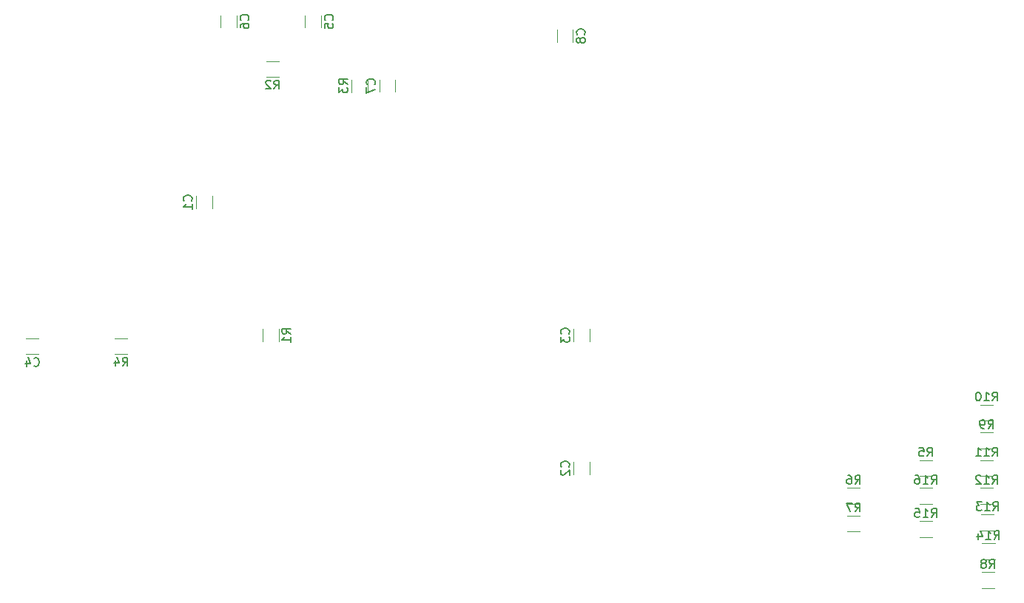
<source format=gbo>
%TF.GenerationSoftware,KiCad,Pcbnew,6.0.2+dfsg-1*%
%TF.CreationDate,2022-08-28T20:59:57-07:00*%
%TF.ProjectId,ISA-Card,4953412d-4361-4726-942e-6b696361645f,1.0*%
%TF.SameCoordinates,Original*%
%TF.FileFunction,Legend,Bot*%
%TF.FilePolarity,Positive*%
%FSLAX46Y46*%
G04 Gerber Fmt 4.6, Leading zero omitted, Abs format (unit mm)*
G04 Created by KiCad (PCBNEW 6.0.2+dfsg-1) date 2022-08-28 20:59:57*
%MOMM*%
%LPD*%
G01*
G04 APERTURE LIST*
%ADD10C,0.150000*%
%ADD11C,0.120000*%
G04 APERTURE END LIST*
D10*
%TO.C,R16*%
X180982857Y-118012380D02*
X181316190Y-117536190D01*
X181554285Y-118012380D02*
X181554285Y-117012380D01*
X181173333Y-117012380D01*
X181078095Y-117060000D01*
X181030476Y-117107619D01*
X180982857Y-117202857D01*
X180982857Y-117345714D01*
X181030476Y-117440952D01*
X181078095Y-117488571D01*
X181173333Y-117536190D01*
X181554285Y-117536190D01*
X180030476Y-118012380D02*
X180601904Y-118012380D01*
X180316190Y-118012380D02*
X180316190Y-117012380D01*
X180411428Y-117155238D01*
X180506666Y-117250476D01*
X180601904Y-117298095D01*
X179173333Y-117012380D02*
X179363809Y-117012380D01*
X179459047Y-117060000D01*
X179506666Y-117107619D01*
X179601904Y-117250476D01*
X179649523Y-117440952D01*
X179649523Y-117821904D01*
X179601904Y-117917142D01*
X179554285Y-117964761D01*
X179459047Y-118012380D01*
X179268571Y-118012380D01*
X179173333Y-117964761D01*
X179125714Y-117917142D01*
X179078095Y-117821904D01*
X179078095Y-117583809D01*
X179125714Y-117488571D01*
X179173333Y-117440952D01*
X179268571Y-117393333D01*
X179459047Y-117393333D01*
X179554285Y-117440952D01*
X179601904Y-117488571D01*
X179649523Y-117583809D01*
%TO.C,R1*%
X107682380Y-100798333D02*
X107206190Y-100465000D01*
X107682380Y-100226904D02*
X106682380Y-100226904D01*
X106682380Y-100607857D01*
X106730000Y-100703095D01*
X106777619Y-100750714D01*
X106872857Y-100798333D01*
X107015714Y-100798333D01*
X107110952Y-100750714D01*
X107158571Y-100703095D01*
X107206190Y-100607857D01*
X107206190Y-100226904D01*
X107682380Y-101750714D02*
X107682380Y-101179285D01*
X107682380Y-101465000D02*
X106682380Y-101465000D01*
X106825238Y-101369761D01*
X106920476Y-101274523D01*
X106968095Y-101179285D01*
%TO.C,C6*%
X102791142Y-64857333D02*
X102838761Y-64809714D01*
X102886380Y-64666857D01*
X102886380Y-64571619D01*
X102838761Y-64428761D01*
X102743523Y-64333523D01*
X102648285Y-64285904D01*
X102457809Y-64238285D01*
X102314952Y-64238285D01*
X102124476Y-64285904D01*
X102029238Y-64333523D01*
X101934000Y-64428761D01*
X101886380Y-64571619D01*
X101886380Y-64666857D01*
X101934000Y-64809714D01*
X101981619Y-64857333D01*
X101886380Y-65714476D02*
X101886380Y-65524000D01*
X101934000Y-65428761D01*
X101981619Y-65381142D01*
X102124476Y-65285904D01*
X102314952Y-65238285D01*
X102695904Y-65238285D01*
X102791142Y-65285904D01*
X102838761Y-65333523D01*
X102886380Y-65428761D01*
X102886380Y-65619238D01*
X102838761Y-65714476D01*
X102791142Y-65762095D01*
X102695904Y-65809714D01*
X102457809Y-65809714D01*
X102362571Y-65762095D01*
X102314952Y-65714476D01*
X102267333Y-65619238D01*
X102267333Y-65428761D01*
X102314952Y-65333523D01*
X102362571Y-65285904D01*
X102457809Y-65238285D01*
%TO.C,C4*%
X78271666Y-104442142D02*
X78319285Y-104489761D01*
X78462142Y-104537380D01*
X78557380Y-104537380D01*
X78700238Y-104489761D01*
X78795476Y-104394523D01*
X78843095Y-104299285D01*
X78890714Y-104108809D01*
X78890714Y-103965952D01*
X78843095Y-103775476D01*
X78795476Y-103680238D01*
X78700238Y-103585000D01*
X78557380Y-103537380D01*
X78462142Y-103537380D01*
X78319285Y-103585000D01*
X78271666Y-103632619D01*
X77414523Y-103870714D02*
X77414523Y-104537380D01*
X77652619Y-103489761D02*
X77890714Y-104204047D01*
X77271666Y-104204047D01*
%TO.C,R14*%
X188156357Y-124362380D02*
X188489690Y-123886190D01*
X188727785Y-124362380D02*
X188727785Y-123362380D01*
X188346833Y-123362380D01*
X188251595Y-123410000D01*
X188203976Y-123457619D01*
X188156357Y-123552857D01*
X188156357Y-123695714D01*
X188203976Y-123790952D01*
X188251595Y-123838571D01*
X188346833Y-123886190D01*
X188727785Y-123886190D01*
X187203976Y-124362380D02*
X187775404Y-124362380D01*
X187489690Y-124362380D02*
X187489690Y-123362380D01*
X187584928Y-123505238D01*
X187680166Y-123600476D01*
X187775404Y-123648095D01*
X186346833Y-123695714D02*
X186346833Y-124362380D01*
X186584928Y-123314761D02*
X186823023Y-124029047D01*
X186203976Y-124029047D01*
%TO.C,R5*%
X180506666Y-114837380D02*
X180840000Y-114361190D01*
X181078095Y-114837380D02*
X181078095Y-113837380D01*
X180697142Y-113837380D01*
X180601904Y-113885000D01*
X180554285Y-113932619D01*
X180506666Y-114027857D01*
X180506666Y-114170714D01*
X180554285Y-114265952D01*
X180601904Y-114313571D01*
X180697142Y-114361190D01*
X181078095Y-114361190D01*
X179601904Y-113837380D02*
X180078095Y-113837380D01*
X180125714Y-114313571D01*
X180078095Y-114265952D01*
X179982857Y-114218333D01*
X179744761Y-114218333D01*
X179649523Y-114265952D01*
X179601904Y-114313571D01*
X179554285Y-114408809D01*
X179554285Y-114646904D01*
X179601904Y-114742142D01*
X179649523Y-114789761D01*
X179744761Y-114837380D01*
X179982857Y-114837380D01*
X180078095Y-114789761D01*
X180125714Y-114742142D01*
%TO.C,C3*%
X139477142Y-100798333D02*
X139524761Y-100750714D01*
X139572380Y-100607857D01*
X139572380Y-100512619D01*
X139524761Y-100369761D01*
X139429523Y-100274523D01*
X139334285Y-100226904D01*
X139143809Y-100179285D01*
X139000952Y-100179285D01*
X138810476Y-100226904D01*
X138715238Y-100274523D01*
X138620000Y-100369761D01*
X138572380Y-100512619D01*
X138572380Y-100607857D01*
X138620000Y-100750714D01*
X138667619Y-100798333D01*
X138572380Y-101131666D02*
X138572380Y-101750714D01*
X138953333Y-101417380D01*
X138953333Y-101560238D01*
X139000952Y-101655476D01*
X139048571Y-101703095D01*
X139143809Y-101750714D01*
X139381904Y-101750714D01*
X139477142Y-101703095D01*
X139524761Y-101655476D01*
X139572380Y-101560238D01*
X139572380Y-101274523D01*
X139524761Y-101179285D01*
X139477142Y-101131666D01*
%TO.C,C1*%
X96297142Y-85558333D02*
X96344761Y-85510714D01*
X96392380Y-85367857D01*
X96392380Y-85272619D01*
X96344761Y-85129761D01*
X96249523Y-85034523D01*
X96154285Y-84986904D01*
X95963809Y-84939285D01*
X95820952Y-84939285D01*
X95630476Y-84986904D01*
X95535238Y-85034523D01*
X95440000Y-85129761D01*
X95392380Y-85272619D01*
X95392380Y-85367857D01*
X95440000Y-85510714D01*
X95487619Y-85558333D01*
X96392380Y-86510714D02*
X96392380Y-85939285D01*
X96392380Y-86225000D02*
X95392380Y-86225000D01*
X95535238Y-86129761D01*
X95630476Y-86034523D01*
X95678095Y-85939285D01*
%TO.C,R12*%
X187967857Y-118012380D02*
X188301190Y-117536190D01*
X188539285Y-118012380D02*
X188539285Y-117012380D01*
X188158333Y-117012380D01*
X188063095Y-117060000D01*
X188015476Y-117107619D01*
X187967857Y-117202857D01*
X187967857Y-117345714D01*
X188015476Y-117440952D01*
X188063095Y-117488571D01*
X188158333Y-117536190D01*
X188539285Y-117536190D01*
X187015476Y-118012380D02*
X187586904Y-118012380D01*
X187301190Y-118012380D02*
X187301190Y-117012380D01*
X187396428Y-117155238D01*
X187491666Y-117250476D01*
X187586904Y-117298095D01*
X186634523Y-117107619D02*
X186586904Y-117060000D01*
X186491666Y-117012380D01*
X186253571Y-117012380D01*
X186158333Y-117060000D01*
X186110714Y-117107619D01*
X186063095Y-117202857D01*
X186063095Y-117298095D01*
X186110714Y-117440952D01*
X186682142Y-118012380D01*
X186063095Y-118012380D01*
%TO.C,R9*%
X187491666Y-111662380D02*
X187825000Y-111186190D01*
X188063095Y-111662380D02*
X188063095Y-110662380D01*
X187682142Y-110662380D01*
X187586904Y-110710000D01*
X187539285Y-110757619D01*
X187491666Y-110852857D01*
X187491666Y-110995714D01*
X187539285Y-111090952D01*
X187586904Y-111138571D01*
X187682142Y-111186190D01*
X188063095Y-111186190D01*
X187015476Y-111662380D02*
X186825000Y-111662380D01*
X186729761Y-111614761D01*
X186682142Y-111567142D01*
X186586904Y-111424285D01*
X186539285Y-111233809D01*
X186539285Y-110852857D01*
X186586904Y-110757619D01*
X186634523Y-110710000D01*
X186729761Y-110662380D01*
X186920238Y-110662380D01*
X187015476Y-110710000D01*
X187063095Y-110757619D01*
X187110714Y-110852857D01*
X187110714Y-111090952D01*
X187063095Y-111186190D01*
X187015476Y-111233809D01*
X186920238Y-111281428D01*
X186729761Y-111281428D01*
X186634523Y-111233809D01*
X186586904Y-111186190D01*
X186539285Y-111090952D01*
%TO.C,R15*%
X180982857Y-121822380D02*
X181316190Y-121346190D01*
X181554285Y-121822380D02*
X181554285Y-120822380D01*
X181173333Y-120822380D01*
X181078095Y-120870000D01*
X181030476Y-120917619D01*
X180982857Y-121012857D01*
X180982857Y-121155714D01*
X181030476Y-121250952D01*
X181078095Y-121298571D01*
X181173333Y-121346190D01*
X181554285Y-121346190D01*
X180030476Y-121822380D02*
X180601904Y-121822380D01*
X180316190Y-121822380D02*
X180316190Y-120822380D01*
X180411428Y-120965238D01*
X180506666Y-121060476D01*
X180601904Y-121108095D01*
X179125714Y-120822380D02*
X179601904Y-120822380D01*
X179649523Y-121298571D01*
X179601904Y-121250952D01*
X179506666Y-121203333D01*
X179268571Y-121203333D01*
X179173333Y-121250952D01*
X179125714Y-121298571D01*
X179078095Y-121393809D01*
X179078095Y-121631904D01*
X179125714Y-121727142D01*
X179173333Y-121774761D01*
X179268571Y-121822380D01*
X179506666Y-121822380D01*
X179601904Y-121774761D01*
X179649523Y-121727142D01*
%TO.C,R4*%
X88431666Y-104507380D02*
X88765000Y-104031190D01*
X89003095Y-104507380D02*
X89003095Y-103507380D01*
X88622142Y-103507380D01*
X88526904Y-103555000D01*
X88479285Y-103602619D01*
X88431666Y-103697857D01*
X88431666Y-103840714D01*
X88479285Y-103935952D01*
X88526904Y-103983571D01*
X88622142Y-104031190D01*
X89003095Y-104031190D01*
X87574523Y-103840714D02*
X87574523Y-104507380D01*
X87812619Y-103459761D02*
X88050714Y-104174047D01*
X87431666Y-104174047D01*
%TO.C,R11*%
X187967857Y-114837380D02*
X188301190Y-114361190D01*
X188539285Y-114837380D02*
X188539285Y-113837380D01*
X188158333Y-113837380D01*
X188063095Y-113885000D01*
X188015476Y-113932619D01*
X187967857Y-114027857D01*
X187967857Y-114170714D01*
X188015476Y-114265952D01*
X188063095Y-114313571D01*
X188158333Y-114361190D01*
X188539285Y-114361190D01*
X187015476Y-114837380D02*
X187586904Y-114837380D01*
X187301190Y-114837380D02*
X187301190Y-113837380D01*
X187396428Y-113980238D01*
X187491666Y-114075476D01*
X187586904Y-114123095D01*
X186063095Y-114837380D02*
X186634523Y-114837380D01*
X186348809Y-114837380D02*
X186348809Y-113837380D01*
X186444047Y-113980238D01*
X186539285Y-114075476D01*
X186634523Y-114123095D01*
%TO.C,C2*%
X139477142Y-116038333D02*
X139524761Y-115990714D01*
X139572380Y-115847857D01*
X139572380Y-115752619D01*
X139524761Y-115609761D01*
X139429523Y-115514523D01*
X139334285Y-115466904D01*
X139143809Y-115419285D01*
X139000952Y-115419285D01*
X138810476Y-115466904D01*
X138715238Y-115514523D01*
X138620000Y-115609761D01*
X138572380Y-115752619D01*
X138572380Y-115847857D01*
X138620000Y-115990714D01*
X138667619Y-116038333D01*
X138667619Y-116419285D02*
X138620000Y-116466904D01*
X138572380Y-116562142D01*
X138572380Y-116800238D01*
X138620000Y-116895476D01*
X138667619Y-116943095D01*
X138762857Y-116990714D01*
X138858095Y-116990714D01*
X139000952Y-116943095D01*
X139572380Y-116371666D01*
X139572380Y-116990714D01*
%TO.C,C8*%
X141272142Y-66508333D02*
X141319761Y-66460714D01*
X141367380Y-66317857D01*
X141367380Y-66222619D01*
X141319761Y-66079761D01*
X141224523Y-65984523D01*
X141129285Y-65936904D01*
X140938809Y-65889285D01*
X140795952Y-65889285D01*
X140605476Y-65936904D01*
X140510238Y-65984523D01*
X140415000Y-66079761D01*
X140367380Y-66222619D01*
X140367380Y-66317857D01*
X140415000Y-66460714D01*
X140462619Y-66508333D01*
X140795952Y-67079761D02*
X140748333Y-66984523D01*
X140700714Y-66936904D01*
X140605476Y-66889285D01*
X140557857Y-66889285D01*
X140462619Y-66936904D01*
X140415000Y-66984523D01*
X140367380Y-67079761D01*
X140367380Y-67270238D01*
X140415000Y-67365476D01*
X140462619Y-67413095D01*
X140557857Y-67460714D01*
X140605476Y-67460714D01*
X140700714Y-67413095D01*
X140748333Y-67365476D01*
X140795952Y-67270238D01*
X140795952Y-67079761D01*
X140843571Y-66984523D01*
X140891190Y-66936904D01*
X140986428Y-66889285D01*
X141176904Y-66889285D01*
X141272142Y-66936904D01*
X141319761Y-66984523D01*
X141367380Y-67079761D01*
X141367380Y-67270238D01*
X141319761Y-67365476D01*
X141272142Y-67413095D01*
X141176904Y-67460714D01*
X140986428Y-67460714D01*
X140891190Y-67413095D01*
X140843571Y-67365476D01*
X140795952Y-67270238D01*
%TO.C,C7*%
X117252142Y-72223333D02*
X117299761Y-72175714D01*
X117347380Y-72032857D01*
X117347380Y-71937619D01*
X117299761Y-71794761D01*
X117204523Y-71699523D01*
X117109285Y-71651904D01*
X116918809Y-71604285D01*
X116775952Y-71604285D01*
X116585476Y-71651904D01*
X116490238Y-71699523D01*
X116395000Y-71794761D01*
X116347380Y-71937619D01*
X116347380Y-72032857D01*
X116395000Y-72175714D01*
X116442619Y-72223333D01*
X116347380Y-72556666D02*
X116347380Y-73223333D01*
X117347380Y-72794761D01*
%TO.C,R10*%
X187967857Y-108487380D02*
X188301190Y-108011190D01*
X188539285Y-108487380D02*
X188539285Y-107487380D01*
X188158333Y-107487380D01*
X188063095Y-107535000D01*
X188015476Y-107582619D01*
X187967857Y-107677857D01*
X187967857Y-107820714D01*
X188015476Y-107915952D01*
X188063095Y-107963571D01*
X188158333Y-108011190D01*
X188539285Y-108011190D01*
X187015476Y-108487380D02*
X187586904Y-108487380D01*
X187301190Y-108487380D02*
X187301190Y-107487380D01*
X187396428Y-107630238D01*
X187491666Y-107725476D01*
X187586904Y-107773095D01*
X186396428Y-107487380D02*
X186301190Y-107487380D01*
X186205952Y-107535000D01*
X186158333Y-107582619D01*
X186110714Y-107677857D01*
X186063095Y-107868333D01*
X186063095Y-108106428D01*
X186110714Y-108296904D01*
X186158333Y-108392142D01*
X186205952Y-108439761D01*
X186301190Y-108487380D01*
X186396428Y-108487380D01*
X186491666Y-108439761D01*
X186539285Y-108392142D01*
X186586904Y-108296904D01*
X186634523Y-108106428D01*
X186634523Y-107868333D01*
X186586904Y-107677857D01*
X186539285Y-107582619D01*
X186491666Y-107535000D01*
X186396428Y-107487380D01*
%TO.C,R2*%
X105769166Y-72757380D02*
X106102500Y-72281190D01*
X106340595Y-72757380D02*
X106340595Y-71757380D01*
X105959642Y-71757380D01*
X105864404Y-71805000D01*
X105816785Y-71852619D01*
X105769166Y-71947857D01*
X105769166Y-72090714D01*
X105816785Y-72185952D01*
X105864404Y-72233571D01*
X105959642Y-72281190D01*
X106340595Y-72281190D01*
X105388214Y-71852619D02*
X105340595Y-71805000D01*
X105245357Y-71757380D01*
X105007261Y-71757380D01*
X104912023Y-71805000D01*
X104864404Y-71852619D01*
X104816785Y-71947857D01*
X104816785Y-72043095D01*
X104864404Y-72185952D01*
X105435833Y-72757380D01*
X104816785Y-72757380D01*
%TO.C,R3*%
X114202380Y-72223333D02*
X113726190Y-71890000D01*
X114202380Y-71651904D02*
X113202380Y-71651904D01*
X113202380Y-72032857D01*
X113250000Y-72128095D01*
X113297619Y-72175714D01*
X113392857Y-72223333D01*
X113535714Y-72223333D01*
X113630952Y-72175714D01*
X113678571Y-72128095D01*
X113726190Y-72032857D01*
X113726190Y-71651904D01*
X113202380Y-72556666D02*
X113202380Y-73175714D01*
X113583333Y-72842380D01*
X113583333Y-72985238D01*
X113630952Y-73080476D01*
X113678571Y-73128095D01*
X113773809Y-73175714D01*
X114011904Y-73175714D01*
X114107142Y-73128095D01*
X114154761Y-73080476D01*
X114202380Y-72985238D01*
X114202380Y-72699523D01*
X114154761Y-72604285D01*
X114107142Y-72556666D01*
%TO.C,C5*%
X112443142Y-64857333D02*
X112490761Y-64809714D01*
X112538380Y-64666857D01*
X112538380Y-64571619D01*
X112490761Y-64428761D01*
X112395523Y-64333523D01*
X112300285Y-64285904D01*
X112109809Y-64238285D01*
X111966952Y-64238285D01*
X111776476Y-64285904D01*
X111681238Y-64333523D01*
X111586000Y-64428761D01*
X111538380Y-64571619D01*
X111538380Y-64666857D01*
X111586000Y-64809714D01*
X111633619Y-64857333D01*
X111538380Y-65762095D02*
X111538380Y-65285904D01*
X112014571Y-65238285D01*
X111966952Y-65285904D01*
X111919333Y-65381142D01*
X111919333Y-65619238D01*
X111966952Y-65714476D01*
X112014571Y-65762095D01*
X112109809Y-65809714D01*
X112347904Y-65809714D01*
X112443142Y-65762095D01*
X112490761Y-65714476D01*
X112538380Y-65619238D01*
X112538380Y-65381142D01*
X112490761Y-65285904D01*
X112443142Y-65238285D01*
%TO.C,R7*%
X172251666Y-121187380D02*
X172585000Y-120711190D01*
X172823095Y-121187380D02*
X172823095Y-120187380D01*
X172442142Y-120187380D01*
X172346904Y-120235000D01*
X172299285Y-120282619D01*
X172251666Y-120377857D01*
X172251666Y-120520714D01*
X172299285Y-120615952D01*
X172346904Y-120663571D01*
X172442142Y-120711190D01*
X172823095Y-120711190D01*
X171918333Y-120187380D02*
X171251666Y-120187380D01*
X171680238Y-121187380D01*
%TO.C,R13*%
X188033357Y-121060380D02*
X188366690Y-120584190D01*
X188604785Y-121060380D02*
X188604785Y-120060380D01*
X188223833Y-120060380D01*
X188128595Y-120108000D01*
X188080976Y-120155619D01*
X188033357Y-120250857D01*
X188033357Y-120393714D01*
X188080976Y-120488952D01*
X188128595Y-120536571D01*
X188223833Y-120584190D01*
X188604785Y-120584190D01*
X187080976Y-121060380D02*
X187652404Y-121060380D01*
X187366690Y-121060380D02*
X187366690Y-120060380D01*
X187461928Y-120203238D01*
X187557166Y-120298476D01*
X187652404Y-120346095D01*
X186747642Y-120060380D02*
X186128595Y-120060380D01*
X186461928Y-120441333D01*
X186319071Y-120441333D01*
X186223833Y-120488952D01*
X186176214Y-120536571D01*
X186128595Y-120631809D01*
X186128595Y-120869904D01*
X186176214Y-120965142D01*
X186223833Y-121012761D01*
X186319071Y-121060380D01*
X186604785Y-121060380D01*
X186700023Y-121012761D01*
X186747642Y-120965142D01*
%TO.C,R6*%
X172251666Y-118012380D02*
X172585000Y-117536190D01*
X172823095Y-118012380D02*
X172823095Y-117012380D01*
X172442142Y-117012380D01*
X172346904Y-117060000D01*
X172299285Y-117107619D01*
X172251666Y-117202857D01*
X172251666Y-117345714D01*
X172299285Y-117440952D01*
X172346904Y-117488571D01*
X172442142Y-117536190D01*
X172823095Y-117536190D01*
X171394523Y-117012380D02*
X171585000Y-117012380D01*
X171680238Y-117060000D01*
X171727857Y-117107619D01*
X171823095Y-117250476D01*
X171870714Y-117440952D01*
X171870714Y-117821904D01*
X171823095Y-117917142D01*
X171775476Y-117964761D01*
X171680238Y-118012380D01*
X171489761Y-118012380D01*
X171394523Y-117964761D01*
X171346904Y-117917142D01*
X171299285Y-117821904D01*
X171299285Y-117583809D01*
X171346904Y-117488571D01*
X171394523Y-117440952D01*
X171489761Y-117393333D01*
X171680238Y-117393333D01*
X171775476Y-117440952D01*
X171823095Y-117488571D01*
X171870714Y-117583809D01*
%TO.C,R8*%
X187618666Y-127664380D02*
X187952000Y-127188190D01*
X188190095Y-127664380D02*
X188190095Y-126664380D01*
X187809142Y-126664380D01*
X187713904Y-126712000D01*
X187666285Y-126759619D01*
X187618666Y-126854857D01*
X187618666Y-126997714D01*
X187666285Y-127092952D01*
X187713904Y-127140571D01*
X187809142Y-127188190D01*
X188190095Y-127188190D01*
X187047238Y-127092952D02*
X187142476Y-127045333D01*
X187190095Y-126997714D01*
X187237714Y-126902476D01*
X187237714Y-126854857D01*
X187190095Y-126759619D01*
X187142476Y-126712000D01*
X187047238Y-126664380D01*
X186856761Y-126664380D01*
X186761523Y-126712000D01*
X186713904Y-126759619D01*
X186666285Y-126854857D01*
X186666285Y-126902476D01*
X186713904Y-126997714D01*
X186761523Y-127045333D01*
X186856761Y-127092952D01*
X187047238Y-127092952D01*
X187142476Y-127140571D01*
X187190095Y-127188190D01*
X187237714Y-127283428D01*
X187237714Y-127473904D01*
X187190095Y-127569142D01*
X187142476Y-127616761D01*
X187047238Y-127664380D01*
X186856761Y-127664380D01*
X186761523Y-127616761D01*
X186713904Y-127569142D01*
X186666285Y-127473904D01*
X186666285Y-127283428D01*
X186713904Y-127188190D01*
X186761523Y-127140571D01*
X186856761Y-127092952D01*
D11*
%TO.C,R16*%
X181067064Y-118470000D02*
X179612936Y-118470000D01*
X181067064Y-120290000D02*
X179612936Y-120290000D01*
%TO.C,R1*%
X106320000Y-101692064D02*
X106320000Y-100237936D01*
X104500000Y-101692064D02*
X104500000Y-100237936D01*
%TO.C,C6*%
X101494000Y-65735252D02*
X101494000Y-64312748D01*
X99674000Y-65735252D02*
X99674000Y-64312748D01*
%TO.C,C4*%
X77393748Y-103145000D02*
X78816252Y-103145000D01*
X77393748Y-101325000D02*
X78816252Y-101325000D01*
%TO.C,R14*%
X188240564Y-124820000D02*
X186786436Y-124820000D01*
X188240564Y-126640000D02*
X186786436Y-126640000D01*
%TO.C,R5*%
X181067064Y-117115000D02*
X179612936Y-117115000D01*
X181067064Y-115295000D02*
X179612936Y-115295000D01*
%TO.C,C3*%
X141880000Y-100253748D02*
X141880000Y-101676252D01*
X140060000Y-100253748D02*
X140060000Y-101676252D01*
%TO.C,C1*%
X96880000Y-85013748D02*
X96880000Y-86436252D01*
X98700000Y-85013748D02*
X98700000Y-86436252D01*
%TO.C,R12*%
X188052064Y-118470000D02*
X186597936Y-118470000D01*
X188052064Y-120290000D02*
X186597936Y-120290000D01*
%TO.C,R9*%
X188052064Y-112120000D02*
X186597936Y-112120000D01*
X188052064Y-113940000D02*
X186597936Y-113940000D01*
%TO.C,R15*%
X181067064Y-124100000D02*
X179612936Y-124100000D01*
X181067064Y-122280000D02*
X179612936Y-122280000D01*
%TO.C,R4*%
X87537936Y-103145000D02*
X88992064Y-103145000D01*
X87537936Y-101325000D02*
X88992064Y-101325000D01*
%TO.C,R11*%
X188052064Y-117115000D02*
X186597936Y-117115000D01*
X188052064Y-115295000D02*
X186597936Y-115295000D01*
%TO.C,C2*%
X140060000Y-115493748D02*
X140060000Y-116916252D01*
X141880000Y-115493748D02*
X141880000Y-116916252D01*
%TO.C,C8*%
X138155000Y-67386252D02*
X138155000Y-65963748D01*
X139975000Y-67386252D02*
X139975000Y-65963748D01*
%TO.C,C7*%
X117835000Y-71678748D02*
X117835000Y-73101252D01*
X119655000Y-71678748D02*
X119655000Y-73101252D01*
%TO.C,R10*%
X188052064Y-108945000D02*
X186597936Y-108945000D01*
X188052064Y-110765000D02*
X186597936Y-110765000D01*
%TO.C,R2*%
X104875436Y-69575000D02*
X106329564Y-69575000D01*
X104875436Y-71395000D02*
X106329564Y-71395000D01*
%TO.C,R3*%
X116480000Y-71662936D02*
X116480000Y-73117064D01*
X114660000Y-71662936D02*
X114660000Y-73117064D01*
%TO.C,C5*%
X109326000Y-65735252D02*
X109326000Y-64312748D01*
X111146000Y-65735252D02*
X111146000Y-64312748D01*
%TO.C,R7*%
X172812064Y-123465000D02*
X171357936Y-123465000D01*
X172812064Y-121645000D02*
X171357936Y-121645000D01*
%TO.C,R13*%
X188117564Y-121518000D02*
X186663436Y-121518000D01*
X188117564Y-123338000D02*
X186663436Y-123338000D01*
%TO.C,R6*%
X172812064Y-120290000D02*
X171357936Y-120290000D01*
X172812064Y-118470000D02*
X171357936Y-118470000D01*
%TO.C,R8*%
X188179064Y-128122000D02*
X186724936Y-128122000D01*
X188179064Y-129942000D02*
X186724936Y-129942000D01*
%TD*%
M02*

</source>
